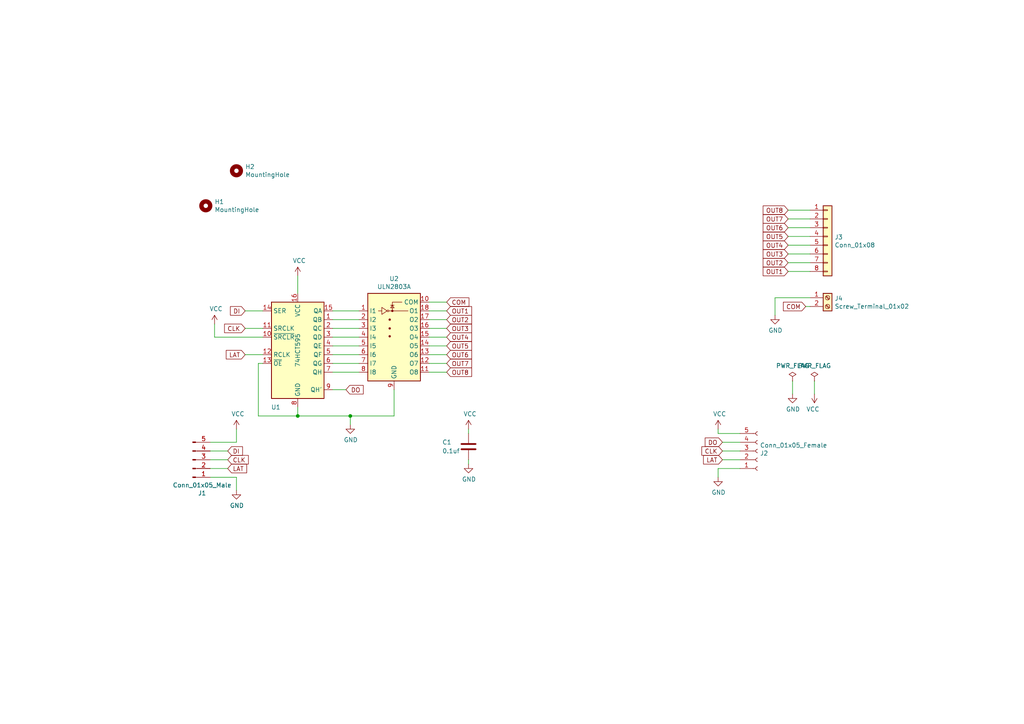
<source format=kicad_sch>
(kicad_sch (version 20231120) (generator "eeschema") (generator_version "8.0")
  (paper "A4")
  (lib_symbols
    (symbol "74xx:74HCT595"
      (property "Reference" "U" (at -7.62 13.97 0))
      (property "Value" "74HCT595" (at -7.62 -16.51 0))
      (symbol "74HCT595_1_0"
        (pin tri_state line (at 10.16 7.62 180) (length 2.54) (name "QB") (number "1"))
        (pin input line (at -10.16 2.54 0) (length 2.54) (name "~{SRCLR}") (number "10"))
        (pin input line (at -10.16 5.08 0) (length 2.54) (name "SRCLK") (number "11"))
        (pin input line (at -10.16 -2.54 0) (length 2.54) (name "RCLK") (number "12"))
        (pin input line (at -10.16 -5.08 0) (length 2.54) (name "~{OE}") (number "13"))
        (pin input line (at -10.16 10.16 0) (length 2.54) (name "SER") (number "14"))
        (pin tri_state line (at 10.16 10.16 180) (length 2.54) (name "QA") (number "15"))
        (pin power_in line (at 0 15.24 270) (length 2.54) (name "VCC") (number "16"))
        (pin tri_state line (at 10.16 5.08 180) (length 2.54) (name "QC") (number "2"))
        (pin tri_state line (at 10.16 2.54 180) (length 2.54) (name "QD") (number "3"))
        (pin tri_state line (at 10.16 0 180) (length 2.54) (name "QE") (number "4"))
        (pin tri_state line (at 10.16 -2.54 180) (length 2.54) (name "QF") (number "5"))
        (pin tri_state line (at 10.16 -5.08 180) (length 2.54) (name "QG") (number "6"))
        (pin tri_state line (at 10.16 -7.62 180) (length 2.54) (name "QH") (number "7"))
        (pin power_in line (at 0 -17.78 90) (length 2.54) (name "GND") (number "8"))
        (pin output line (at 10.16 -12.7 180) (length 2.54) (name "QH'") (number "9"))
      )
      (symbol "74HCT595_1_1"
        (rectangle (start -7.62 12.7) (end 7.62 -15.24) (stroke (width 0.254)) (fill (type background)))
      )
    )
    (symbol "Connector:Conn_01x05_Female" (pin_names (offset 1.016) hide)
      (property "Reference" "J" (at 0 7.62 0))
      (property "Value" "Conn_01x05_Female" (at 0 -7.62 0))
      (symbol "Conn_01x05_Female_1_1"
        (arc (start 0 -4.572) (mid -0.5058 -5.08) (end 0 -5.588) (stroke (width 0.1524)))
        (arc (start 0 -2.032) (mid -0.5058 -2.54) (end 0 -3.048) (stroke (width 0.1524)))
        (polyline (pts (xy -1.27 -5.08) (xy -0.508 -5.08)) (stroke (width 0.1524)))
        (polyline (pts (xy -1.27 -2.54) (xy -0.508 -2.54)) (stroke (width 0.1524)))
        (polyline (pts (xy -1.27 0) (xy -0.508 0)) (stroke (width 0.1524)))
        (polyline (pts (xy -1.27 2.54) (xy -0.508 2.54)) (stroke (width 0.1524)))
        (polyline (pts (xy -1.27 5.08) (xy -0.508 5.08)) (stroke (width 0.1524)))
        (arc (start 0 0.508) (mid -0.5058 0) (end 0 -0.508) (stroke (width 0.1524)))
        (arc (start 0 3.048) (mid -0.5058 2.54) (end 0 2.032) (stroke (width 0.1524)))
        (arc (start 0 5.588) (mid -0.5058 5.08) (end 0 4.572) (stroke (width 0.1524)))
        (pin passive line (at -5.08 5.08 0) (length 3.81) (name "Pin_1") (number "1"))
        (pin passive line (at -5.08 2.54 0) (length 3.81) (name "Pin_2") (number "2"))
        (pin passive line (at -5.08 0 0) (length 3.81) (name "Pin_3") (number "3"))
        (pin passive line (at -5.08 -2.54 0) (length 3.81) (name "Pin_4") (number "4"))
        (pin passive line (at -5.08 -5.08 0) (length 3.81) (name "Pin_5") (number "5"))
      )
    )
    (symbol "Connector:Conn_01x05_Male" (pin_names (offset 1.016) hide)
      (property "Reference" "J" (at 0 7.62 0))
      (property "Value" "Conn_01x05_Male" (at 0 -7.62 0))
      (symbol "Conn_01x05_Male_1_1"
        (polyline (pts (xy 1.27 -5.08) (xy 0.8636 -5.08)) (stroke (width 0.1524)))
        (polyline (pts (xy 1.27 -2.54) (xy 0.8636 -2.54)) (stroke (width 0.1524)))
        (polyline (pts (xy 1.27 0) (xy 0.8636 0)) (stroke (width 0.1524)))
        (polyline (pts (xy 1.27 2.54) (xy 0.8636 2.54)) (stroke (width 0.1524)))
        (polyline (pts (xy 1.27 5.08) (xy 0.8636 5.08)) (stroke (width 0.1524)))
        (rectangle (start 0.8636 -4.953) (end 0 -5.207) (stroke (width 0.1524)) (fill (type outline)))
        (rectangle (start 0.8636 -2.413) (end 0 -2.667) (stroke (width 0.1524)) (fill (type outline)))
        (rectangle (start 0.8636 0.127) (end 0 -0.127) (stroke (width 0.1524)) (fill (type outline)))
        (rectangle (start 0.8636 2.667) (end 0 2.413) (stroke (width 0.1524)) (fill (type outline)))
        (rectangle (start 0.8636 5.207) (end 0 4.953) (stroke (width 0.1524)) (fill (type outline)))
        (pin passive line (at 5.08 5.08 180) (length 3.81) (name "Pin_1") (number "1"))
        (pin passive line (at 5.08 2.54 180) (length 3.81) (name "Pin_2") (number "2"))
        (pin passive line (at 5.08 0 180) (length 3.81) (name "Pin_3") (number "3"))
        (pin passive line (at 5.08 -2.54 180) (length 3.81) (name "Pin_4") (number "4"))
        (pin passive line (at 5.08 -5.08 180) (length 3.81) (name "Pin_5") (number "5"))
      )
    )
    (symbol "Connector:Screw_Terminal_01x02" (pin_names (offset 1.016) hide)
      (property "Reference" "J" (at 0 2.54 0))
      (property "Value" "Screw_Terminal_01x02" (at 0 -5.08 0))
      (symbol "Screw_Terminal_01x02_1_1"
        (rectangle (start -1.27 1.27) (end 1.27 -3.81) (stroke (width 0.254)) (fill (type background)))
        (circle (center 0 -2.54) (radius 0.635) (stroke (width 0.1524)))
        (polyline (pts (xy -0.5334 -2.2098) (xy 0.3302 -3.048)) (stroke (width 0.1524)))
        (polyline (pts (xy -0.5334 0.3302) (xy 0.3302 -0.508)) (stroke (width 0.1524)))
        (polyline (pts (xy -0.3556 -2.032) (xy 0.508 -2.8702)) (stroke (width 0.1524)))
        (polyline (pts (xy -0.3556 0.508) (xy 0.508 -0.3302)) (stroke (width 0.1524)))
        (circle (center 0 0) (radius 0.635) (stroke (width 0.1524)))
        (pin passive line (at -5.08 0 0) (length 3.81) (name "Pin_1") (number "1"))
        (pin passive line (at -5.08 -2.54 0) (length 3.81) (name "Pin_2") (number "2"))
      )
    )
    (symbol "Connector_Generic:Conn_01x08" (pin_names (offset 1.016) hide)
      (property "Reference" "J" (at 0 10.16 0))
      (property "Value" "Conn_01x08" (at 0 -12.7 0))
      (symbol "Conn_01x08_1_1"
        (rectangle (start -1.27 -10.033) (end 0 -10.287) (stroke (width 0.1524)))
        (rectangle (start -1.27 -7.493) (end 0 -7.747) (stroke (width 0.1524)))
        (rectangle (start -1.27 -4.953) (end 0 -5.207) (stroke (width 0.1524)))
        (rectangle (start -1.27 -2.413) (end 0 -2.667) (stroke (width 0.1524)))
        (rectangle (start -1.27 0.127) (end 0 -0.127) (stroke (width 0.1524)))
        (rectangle (start -1.27 2.667) (end 0 2.413) (stroke (width 0.1524)))
        (rectangle (start -1.27 5.207) (end 0 4.953) (stroke (width 0.1524)))
        (rectangle (start -1.27 7.747) (end 0 7.493) (stroke (width 0.1524)))
        (rectangle (start -1.27 8.89) (end 1.27 -11.43) (stroke (width 0.254)) (fill (type background)))
        (pin passive line (at -5.08 7.62 0) (length 3.81) (name "Pin_1") (number "1"))
        (pin passive line (at -5.08 5.08 0) (length 3.81) (name "Pin_2") (number "2"))
        (pin passive line (at -5.08 2.54 0) (length 3.81) (name "Pin_3") (number "3"))
        (pin passive line (at -5.08 0 0) (length 3.81) (name "Pin_4") (number "4"))
        (pin passive line (at -5.08 -2.54 0) (length 3.81) (name "Pin_5") (number "5"))
        (pin passive line (at -5.08 -5.08 0) (length 3.81) (name "Pin_6") (number "6"))
        (pin passive line (at -5.08 -7.62 0) (length 3.81) (name "Pin_7") (number "7"))
        (pin passive line (at -5.08 -10.16 0) (length 3.81) (name "Pin_8") (number "8"))
      )
    )
    (symbol "Device:C" (pin_numbers hide) (pin_names (offset 0.254))
      (property "Reference" "C" (at 0.635 2.54 0))
      (property "Value" "C" (at 0.635 -2.54 0))
      (symbol "C_0_1"
        (polyline (pts (xy -2.032 -0.762) (xy 2.032 -0.762)) (stroke (width 0.508)))
        (polyline (pts (xy -2.032 0.762) (xy 2.032 0.762)) (stroke (width 0.508)))
      )
      (symbol "C_1_1"
        (pin passive line (at 0 3.81 270) (length 2.794) (name "~") (number "1"))
        (pin passive line (at 0 -3.81 90) (length 2.794) (name "~") (number "2"))
      )
    )
    (symbol "Mechanical:MountingHole" (pin_names (offset 1.016))
      (property "Reference" "H" (at 0 5.08 0))
      (property "Value" "MountingHole" (at 0 3.175 0))
      (symbol "MountingHole_0_1"
        (circle (center 0 0) (radius 1.27) (stroke (width 1.27)))
      )
    )
    (symbol "Transistor_Array:ULN2803A"
      (property "Reference" "U" (at 0 13.335 0))
      (property "Value" "ULN2803A" (at 0 11.43 0))
      (symbol "ULN2803A_0_1"
        (rectangle (start -7.62 -15.24) (end 7.62 10.16) (stroke (width 0.254)) (fill (type background)))
        (circle (center -1.778 5.08) (radius 0.254))
        (circle (center -1.27 -2.286) (radius 0.254) (fill (type outline)))
        (circle (center -1.27 0) (radius 0.254) (fill (type outline)))
        (circle (center -1.27 2.54) (radius 0.254) (fill (type outline)))
        (circle (center -0.508 5.08) (radius 0.254) (fill (type outline)))
        (polyline (pts (xy -4.572 5.08) (xy -3.556 5.08)))
        (polyline (pts (xy -1.524 5.08) (xy 4.064 5.08)))
        (polyline (pts (xy 0 6.731) (xy -1.016 6.731)))
        (polyline (pts (xy -0.508 5.08) (xy -0.508 7.62) (xy 2.286 7.62)))
        (polyline (pts (xy -3.556 6.096) (xy -3.556 4.064) (xy -2.032 5.08) (xy -3.556 6.096)))
        (polyline (pts (xy 0 5.969) (xy -1.016 5.969) (xy -0.508 6.731) (xy 0 5.969)))
      )
      (symbol "ULN2803A_1_1"
        (pin input line (at -10.16 5.08 0) (length 2.54) (name "I1") (number "1"))
        (pin passive line (at 10.16 7.62 180) (length 2.54) (name "COM") (number "10"))
        (pin open_collector line (at 10.16 -12.7 180) (length 2.54) (name "O8") (number "11"))
        (pin open_collector line (at 10.16 -10.16 180) (length 2.54) (name "O7") (number "12"))
        (pin open_collector line (at 10.16 -7.62 180) (length 2.54) (name "O6") (number "13"))
        (pin open_collector line (at 10.16 -5.08 180) (length 2.54) (name "O5") (number "14"))
        (pin open_collector line (at 10.16 -2.54 180) (length 2.54) (name "O4") (number "15"))
        (pin open_collector line (at 10.16 0 180) (length 2.54) (name "O3") (number "16"))
        (pin open_collector line (at 10.16 2.54 180) (length 2.54) (name "O2") (number "17"))
        (pin open_collector line (at 10.16 5.08 180) (length 2.54) (name "O1") (number "18"))
        (pin input line (at -10.16 2.54 0) (length 2.54) (name "I2") (number "2"))
        (pin input line (at -10.16 0 0) (length 2.54) (name "I3") (number "3"))
        (pin input line (at -10.16 -2.54 0) (length 2.54) (name "I4") (number "4"))
        (pin input line (at -10.16 -5.08 0) (length 2.54) (name "I5") (number "5"))
        (pin input line (at -10.16 -7.62 0) (length 2.54) (name "I6") (number "6"))
        (pin input line (at -10.16 -10.16 0) (length 2.54) (name "I7") (number "7"))
        (pin input line (at -10.16 -12.7 0) (length 2.54) (name "I8") (number "8"))
        (pin power_in line (at 0 -17.78 90) (length 2.54) (name "GND") (number "9"))
      )
    )
    (symbol "power:GND" (power) (pin_names (offset 0))
      (property "Value" "GND" (at 0 -3.81 0))
      (symbol "GND_0_1"
        (polyline (pts (xy 0 0) (xy 0 -1.27) (xy 1.27 -1.27) (xy 0 -2.54) (xy -1.27 -1.27) (xy 0 -1.27)))
      )
      (symbol "GND_1_1"
        (pin power_in line (at 0 0 270) (length 0) hide (name "GND") (number "1"))
      )
    )
    (symbol "power:PWR_FLAG" (power) (pin_numbers hide) (pin_names (offset 0) hide)
      (property "Value" "PWR_FLAG" (at 0 3.81 0))
      (symbol "PWR_FLAG_0_0"
        (pin power_out line (at 0 0 90) (length 0) (name "pwr") (number "1"))
      )
      (symbol "PWR_FLAG_0_1"
        (polyline (pts (xy 0 0) (xy 0 1.27) (xy -1.016 1.905) (xy 0 2.54) (xy 1.016 1.905) (xy 0 1.27)))
      )
    )
    (symbol "power:VCC" (power) (pin_names (offset 0))
      (property "Value" "VCC" (at 0 3.81 0))
      (symbol "VCC_0_1"
        (polyline (pts (xy -0.762 1.27) (xy 0 2.54)))
        (polyline (pts (xy 0 0) (xy 0 2.54)))
        (polyline (pts (xy 0 2.54) (xy 0.762 1.27)))
      )
      (symbol "VCC_1_1"
        (pin power_in line (at 0 0 90) (length 0) hide (name "VCC") (number "1"))
      )
    )
  )
  (junction (at 86.36 120.65))
  (junction (at 101.6 120.65))
  (wire (pts (xy 114.3 113.03) (xy 114.3 120.65)))
  (wire (pts (xy 124.46 102.87) (xy 129.54 102.87)))
  (wire (pts (xy 76.2 90.17) (xy 71.12 90.17)))
  (wire (pts (xy 228.6 71.12) (xy 234.95 71.12)))
  (wire (pts (xy 234.95 88.9) (xy 233.68 88.9)))
  (wire (pts (xy 224.79 86.36) (xy 224.79 91.44)))
  (wire (pts (xy 68.58 138.43) (xy 68.58 142.24)))
  (wire (pts (xy 209.55 130.81) (xy 214.63 130.81)))
  (wire (pts (xy 208.28 125.73) (xy 208.28 124.46)))
  (wire (pts (xy 124.46 87.63) (xy 129.54 87.63)))
  (wire (pts (xy 124.46 90.17) (xy 129.54 90.17)))
  (wire (pts (xy 60.96 135.89) (xy 66.04 135.89)))
  (wire (pts (xy 228.6 73.66) (xy 234.95 73.66)))
  (wire (pts (xy 96.52 107.95) (xy 104.14 107.95)))
  (wire (pts (xy 76.2 105.41) (xy 74.93 105.41)))
  (wire (pts (xy 60.96 138.43) (xy 68.58 138.43)))
  (wire (pts (xy 114.3 120.65) (xy 101.6 120.65)))
  (wire (pts (xy 86.36 85.09) (xy 86.36 80.01)))
  (wire (pts (xy 124.46 92.71) (xy 129.54 92.71)))
  (wire (pts (xy 124.46 97.79) (xy 129.54 97.79)))
  (wire (pts (xy 214.63 135.89) (xy 208.28 135.89)))
  (wire (pts (xy 96.52 105.41) (xy 104.14 105.41)))
  (wire (pts (xy 76.2 102.87) (xy 71.12 102.87)))
  (wire (pts (xy 209.55 128.27) (xy 214.63 128.27)))
  (wire (pts (xy 208.28 125.73) (xy 214.63 125.73)))
  (wire (pts (xy 68.58 128.27) (xy 68.58 124.46)))
  (wire (pts (xy 60.96 133.35) (xy 66.04 133.35)))
  (wire (pts (xy 124.46 107.95) (xy 129.54 107.95)))
  (wire (pts (xy 74.93 105.41) (xy 74.93 120.65)))
  (wire (pts (xy 96.52 97.79) (xy 104.14 97.79)))
  (wire (pts (xy 86.36 118.11) (xy 86.36 120.65)))
  (wire (pts (xy 228.6 76.2) (xy 234.95 76.2)))
  (wire (pts (xy 135.89 133.35) (xy 135.89 134.62)))
  (wire (pts (xy 228.6 63.5) (xy 234.95 63.5)))
  (wire (pts (xy 228.6 66.04) (xy 234.95 66.04)))
  (wire (pts (xy 96.52 102.87) (xy 104.14 102.87)))
  (wire (pts (xy 124.46 105.41) (xy 129.54 105.41)))
  (wire (pts (xy 228.6 60.96) (xy 234.95 60.96)))
  (wire (pts (xy 60.96 130.81) (xy 66.04 130.81)))
  (wire (pts (xy 96.52 90.17) (xy 104.14 90.17)))
  (wire (pts (xy 86.36 120.65) (xy 101.6 120.65)))
  (wire (pts (xy 62.23 97.79) (xy 62.23 93.98)))
  (wire (pts (xy 209.55 133.35) (xy 214.63 133.35)))
  (wire (pts (xy 100.33 113.03) (xy 96.52 113.03)))
  (wire (pts (xy 101.6 120.65) (xy 101.6 123.19)))
  (wire (pts (xy 124.46 100.33) (xy 129.54 100.33)))
  (wire (pts (xy 60.96 128.27) (xy 68.58 128.27)))
  (wire (pts (xy 228.6 68.58) (xy 234.95 68.58)))
  (wire (pts (xy 71.12 95.25) (xy 76.2 95.25)))
  (wire (pts (xy 96.52 100.33) (xy 104.14 100.33)))
  (wire (pts (xy 96.52 95.25) (xy 104.14 95.25)))
  (wire (pts (xy 96.52 92.71) (xy 104.14 92.71)))
  (wire (pts (xy 228.6 78.74) (xy 234.95 78.74)))
  (wire (pts (xy 236.22 110.49) (xy 236.22 114.3)))
  (wire (pts (xy 208.28 135.89) (xy 208.28 138.43)))
  (wire (pts (xy 76.2 97.79) (xy 62.23 97.79)))
  (wire (pts (xy 229.87 110.49) (xy 229.87 114.3)))
  (wire (pts (xy 124.46 95.25) (xy 129.54 95.25)))
  (wire (pts (xy 135.89 125.73) (xy 135.89 124.46)))
  (wire (pts (xy 224.79 86.36) (xy 234.95 86.36)))
  (wire (pts (xy 74.93 120.65) (xy 86.36 120.65)))
  (global_label "OUT2" (shape input) (at 228.6 76.2 180) (property "Intersheetrefs" "${INTERSHEET_REFS}" (effects (hide yes))))
  (global_label "CLK" (shape input) (at 71.12 95.25 180) (property "Intersheetrefs" "${INTERSHEET_REFS}" (effects (hide yes))))
  (global_label "CLK" (shape input) (at 209.55 130.81 180) (property "Intersheetrefs" "${INTERSHEET_REFS}" (effects (hide yes))))
  (global_label "LAT" (shape input) (at 66.04 135.89 0) (property "Intersheetrefs" "${INTERSHEET_REFS}" (effects (hide yes))))
  (global_label "OUT6" (shape input) (at 129.54 102.87 0) (property "Intersheetrefs" "${INTERSHEET_REFS}" (effects (hide yes))))
  (global_label "COM" (shape input) (at 233.68 88.9 180) (property "Intersheetrefs" "${INTERSHEET_REFS}" (effects (hide yes))))
  (global_label "CLK" (shape input) (at 66.04 133.35 0) (property "Intersheetrefs" "${INTERSHEET_REFS}" (effects (hide yes))))
  (global_label "LAT" (shape input) (at 209.55 133.35 180) (property "Intersheetrefs" "${INTERSHEET_REFS}" (effects (hide yes))))
  (global_label "DO" (shape input) (at 209.55 128.27 180) (property "Intersheetrefs" "${INTERSHEET_REFS}" (effects (hide yes))))
  (global_label "COM" (shape input) (at 129.54 87.63 0) (property "Intersheetrefs" "${INTERSHEET_REFS}" (effects (hide yes))))
  (global_label "OUT3" (shape input) (at 129.54 95.25 0) (property "Intersheetrefs" "${INTERSHEET_REFS}" (effects (hide yes))))
  (global_label "OUT5" (shape input) (at 129.54 100.33 0) (property "Intersheetrefs" "${INTERSHEET_REFS}" (effects (hide yes))))
  (global_label "OUT1" (shape input) (at 129.54 90.17 0) (property "Intersheetrefs" "${INTERSHEET_REFS}" (effects (hide yes))))
  (global_label "OUT4" (shape input) (at 228.6 71.12 180) (property "Intersheetrefs" "${INTERSHEET_REFS}" (effects (hide yes))))
  (global_label "OUT1" (shape input) (at 228.6 78.74 180) (property "Intersheetrefs" "${INTERSHEET_REFS}" (effects (hide yes))))
  (global_label "OUT6" (shape input) (at 228.6 66.04 180) (property "Intersheetrefs" "${INTERSHEET_REFS}" (effects (hide yes))))
  (global_label "OUT3" (shape input) (at 228.6 73.66 180) (property "Intersheetrefs" "${INTERSHEET_REFS}" (effects (hide yes))))
  (global_label "DI" (shape input) (at 71.12 90.17 180) (property "Intersheetrefs" "${INTERSHEET_REFS}" (effects (hide yes))))
  (global_label "OUT4" (shape input) (at 129.54 97.79 0) (property "Intersheetrefs" "${INTERSHEET_REFS}" (effects (hide yes))))
  (global_label "OUT5" (shape input) (at 228.6 68.58 180) (property "Intersheetrefs" "${INTERSHEET_REFS}" (effects (hide yes))))
  (global_label "OUT8" (shape input) (at 228.6 60.96 180) (property "Intersheetrefs" "${INTERSHEET_REFS}" (effects (hide yes))))
  (global_label "DO" (shape input) (at 100.33 113.03 0) (property "Intersheetrefs" "${INTERSHEET_REFS}" (effects (hide yes))))
  (global_label "OUT2" (shape input) (at 129.54 92.71 0) (property "Intersheetrefs" "${INTERSHEET_REFS}" (effects (hide yes))))
  (global_label "LAT" (shape input) (at 71.12 102.87 180) (property "Intersheetrefs" "${INTERSHEET_REFS}" (effects (hide yes))))
  (global_label "DI" (shape input) (at 66.04 130.81 0) (property "Intersheetrefs" "${INTERSHEET_REFS}" (effects (hide yes))))
  (global_label "OUT7" (shape input) (at 129.54 105.41 0) (property "Intersheetrefs" "${INTERSHEET_REFS}" (effects (hide yes))))
  (global_label "OUT8" (shape input) (at 129.54 107.95 0) (property "Intersheetrefs" "${INTERSHEET_REFS}" (effects (hide yes))))
  (global_label "OUT7" (shape input) (at 228.6 63.5 180) (property "Intersheetrefs" "${INTERSHEET_REFS}" (effects (hide yes))))
  (symbol (lib_id "74xx:74HCT595") (at 86.36 100.33 0) (unit 1)
    (property "Reference" "U1" (at 80.01 118.11 0))
    (property "Value" "74HCT595" (at 86.36 101.6 90))
    (property "Footprint" "Package_DIP:DIP-16_W7.62mm" (effects (hide yes)))
    (property "Datasheet" "https://assets.nexperia.com/documents/data-sheet/74HC_HCT595.pdf" (effects (hide yes)))
  )
  (symbol (lib_id "Transistor_Array:ULN2803A") (at 114.3 95.25 0) (unit 1)
    (property "Reference" "U2" (at 114.3 80.8482 0))
    (property "Value" "ULN2803A" (at 114.3 83.1596 0))
    (property "Footprint" "Package_DIP:DIP-18_W7.62mm" (effects (hide yes)))
    (property "Datasheet" "http://www.ti.com/lit/ds/symlink/uln2803a.pdf" (effects (hide yes)))
  )
  (symbol (lib_id "Device:C") (at 135.89 129.54 0) (unit 1)
    (property "Reference" "C1" (at 128.27 128.27 0) (effects (justify left)))
    (property "Value" "0.1uf" (at 128.27 130.81 0) (effects (justify left)))
    (property "Footprint" "Capacitors_ThroughHole:C_Disc_D3.4mm_W2.1mm_P2.50mm" (effects (hide yes)))
  )
  (symbol (lib_id "Connector:Conn_01x05_Male") (at 55.88 133.35 0) (mirror x) (unit 1)
    (property "Reference" "J1" (at 58.6232 143.0274 0))
    (property "Value" "Conn_01x05_Male" (at 58.6232 140.716 0))
    (property "Footprint" "Connector_PinHeader_2.54mm:PinHeader_1x05_P2.54mm_Horizontal" (effects (hide yes)))
  )
  (symbol (lib_id "Connector:Conn_01x05_Female") (at 219.71 130.81 0) (mirror x) (unit 1)
    (property "Reference" "J2" (at 220.4212 131.4704 0) (effects (justify left)))
    (property "Value" "Conn_01x05_Female" (at 220.4212 129.159 0) (effects (justify left)))
    (property "Footprint" "Connector_PinSocket_2.54mm:PinSocket_1x05_P2.54mm_Horizontal" (effects (hide yes)))
  )
  (symbol (lib_id "power:GND") (at 229.87 114.3 0) (unit 1)
    (property "Reference" "#PWR0101" (effects (hide yes)))
    (property "Value" "GND" (at 229.997 118.6942 0))
  )
  (symbol (lib_id "Mechanical:MountingHole") (at 59.69 59.69 0) (unit 1)
    (property "Reference" "H1" (at 62.23 58.5216 0) (effects (justify left)))
    (property "Value" "MountingHole" (at 62.23 60.833 0) (effects (justify left)))
    (property "Footprint" "Mounting_Holes:MountingHole_3.2mm_M3" (effects (hide yes)))
  )
  (symbol (lib_id "power:VCC") (at 236.22 114.3 180) (unit 1)
    (property "Reference" "#PWR0102" (effects (hide yes)))
    (property "Value" "VCC" (at 235.7628 118.6942 0))
  )
  (symbol (lib_id "Mechanical:MountingHole") (at 68.58 49.53 0) (unit 1)
    (property "Reference" "H2" (at 71.12 48.3616 0) (effects (justify left)))
    (property "Value" "MountingHole" (at 71.12 50.673 0) (effects (justify left)))
    (property "Footprint" "Mounting_Holes:MountingHole_3.2mm_M3" (effects (hide yes)))
  )
  (symbol (lib_id "power:PWR_FLAG") (at 229.87 110.49 0) (unit 1)
    (property "Reference" "#FLG0101" (effects (hide yes)))
    (property "Value" "PWR_FLAG" (at 229.87 106.0958 0))
  )
  (symbol (lib_id "Connector:Screw_Terminal_01x02") (at 240.03 86.36 0) (unit 1)
    (property "Reference" "J4" (at 242.062 86.5632 0) (effects (justify left)))
    (property "Value" "Screw_Terminal_01x02" (at 242.062 88.8746 0) (effects (justify left)))
    (property "Footprint" "TerminalBlock_Phoenix:TerminalBlock_Phoenix_MKDS-1,5-2-5.08_1x02_P5.08mm_Horizontal" (effects (hide yes)))
  )
  (symbol (lib_id "power:GND") (at 101.6 123.19 0) (unit 1)
    (property "Reference" "#PWR0103" (effects (hide yes)))
    (property "Value" "GND" (at 101.727 127.5842 0))
  )
  (symbol (lib_id "power:VCC") (at 86.36 80.01 0) (unit 1)
    (property "Reference" "#PWR0106" (effects (hide yes)))
    (property "Value" "VCC" (at 86.7918 75.6158 0))
  )
  (symbol (lib_id "power:GND") (at 135.89 134.62 0) (unit 1)
    (property "Reference" "#PWR0107" (effects (hide yes)))
    (property "Value" "GND" (at 136.017 139.0142 0))
  )
  (symbol (lib_id "power:VCC") (at 135.89 124.46 0) (unit 1)
    (property "Reference" "#PWR0108" (effects (hide yes)))
    (property "Value" "VCC" (at 136.3218 120.0658 0))
  )
  (symbol (lib_id "power:PWR_FLAG") (at 236.22 110.49 0) (unit 1)
    (property "Reference" "#FLG0102" (effects (hide yes)))
    (property "Value" "PWR_FLAG" (at 236.22 106.0958 0))
  )
  (symbol (lib_id "power:VCC") (at 62.23 93.98 0) (unit 1)
    (property "Reference" "#PWR0109" (effects (hide yes)))
    (property "Value" "VCC" (at 62.6618 89.5858 0))
  )
  (symbol (lib_id "power:VCC") (at 68.58 124.46 0) (unit 1)
    (property "Reference" "#PWR0111" (effects (hide yes)))
    (property "Value" "VCC" (at 69.0118 120.0658 0))
  )
  (symbol (lib_id "power:VCC") (at 208.28 124.46 0) (unit 1)
    (property "Reference" "#PWR0112" (effects (hide yes)))
    (property "Value" "VCC" (at 208.7118 120.0658 0))
  )
  (symbol (lib_id "power:GND") (at 208.28 138.43 0) (unit 1)
    (property "Reference" "#PWR0113" (effects (hide yes)))
    (property "Value" "GND" (at 208.407 142.8242 0))
  )
  (symbol (lib_id "power:GND") (at 68.58 142.24 0) (unit 1)
    (property "Reference" "#PWR0114" (effects (hide yes)))
    (property "Value" "GND" (at 68.707 146.6342 0))
  )
  (symbol (lib_id "power:GND") (at 224.79 91.44 0) (unit 1)
    (property "Reference" "#PWR0115" (effects (hide yes)))
    (property "Value" "GND" (at 224.917 95.8342 0))
  )
  (symbol (lib_id "Connector_Generic:Conn_01x08") (at 240.03 68.58 0) (unit 1)
    (property "Reference" "J3" (at 242.062 68.7832 0) (effects (justify left)))
    (property "Value" "Conn_01x08" (at 242.062 71.0946 0) (effects (justify left)))
    (property "Footprint" "TerminalBlock_Phoenix:TerminalBlock_Phoenix_MKDS-1,5-8-5.08_1x08_P5.08mm_Horizontal" (effects (hide yes)))
  )
)
</source>
